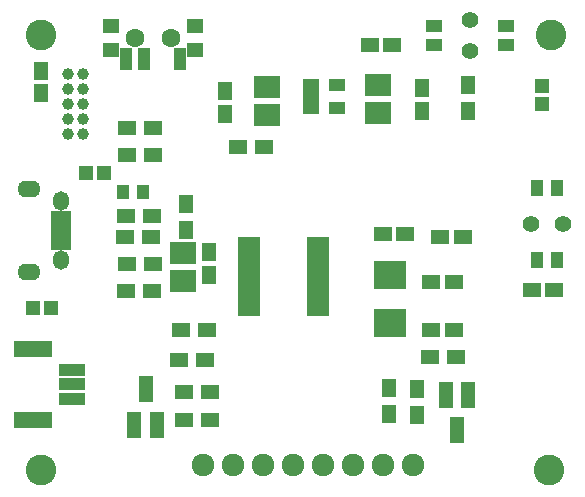
<source format=gbr>
G04 #@! TF.FileFunction,Soldermask,Top*
%FSLAX46Y46*%
G04 Gerber Fmt 4.6, Leading zero omitted, Abs format (unit mm)*
G04 Created by KiCad (PCBNEW 4.0.4-stable) date 10/24/16 21:05:07*
%MOMM*%
%LPD*%
G01*
G04 APERTURE LIST*
%ADD10C,0.100000*%
%ADD11C,1.924000*%
%ADD12R,2.200000X1.000000*%
%ADD13R,3.200000X1.400000*%
%ADD14R,1.600000X1.150000*%
%ADD15R,2.200860X1.949400*%
%ADD16R,1.150000X1.600000*%
%ADD17R,1.197560X1.197560*%
%ADD18R,1.000000X1.200000*%
%ADD19R,1.750000X0.800000*%
%ADD20O,1.350000X1.650000*%
%ADD21O,1.950000X1.400000*%
%ADD22R,1.200100X2.200860*%
%ADD23R,1.300000X1.600000*%
%ADD24R,1.600000X1.300000*%
%ADD25R,1.400000X1.200000*%
%ADD26C,1.600000*%
%ADD27R,1.100000X1.900000*%
%ADD28R,1.000000X1.400000*%
%ADD29C,1.400000*%
%ADD30R,1.400000X1.000000*%
%ADD31R,1.460000X1.050000*%
%ADD32R,1.850000X0.850000*%
%ADD33R,2.800000X2.400000*%
%ADD34C,2.600000*%
%ADD35C,1.000000*%
G04 APERTURE END LIST*
D10*
D11*
X100076000Y-117729000D03*
X102616000Y-117729000D03*
X105156000Y-117729000D03*
X107696000Y-117729000D03*
X110236000Y-117729000D03*
X112776000Y-117729000D03*
X115316000Y-117729000D03*
X117856000Y-117729000D03*
D12*
X89051000Y-109621000D03*
X89051000Y-110871000D03*
X89051000Y-112121000D03*
D13*
X85701000Y-113871000D03*
X85701000Y-107871000D03*
D14*
X127955000Y-102870000D03*
X129855000Y-102870000D03*
X114239000Y-82169000D03*
X116139000Y-82169000D03*
D15*
X105537000Y-85725000D03*
X105537000Y-88077040D03*
D16*
X86360000Y-84333000D03*
X86360000Y-86233000D03*
X100584000Y-101600000D03*
X100584000Y-99700000D03*
D14*
X119446000Y-106299000D03*
X121346000Y-106299000D03*
X119446000Y-102235000D03*
X121346000Y-102235000D03*
D15*
X114935000Y-85564980D03*
X114935000Y-87917020D03*
D14*
X115316000Y-98171000D03*
X117216000Y-98171000D03*
D15*
X98425000Y-102141020D03*
X98425000Y-99788980D03*
D14*
X120208000Y-98425000D03*
X122108000Y-98425000D03*
D16*
X118618000Y-85791000D03*
X118618000Y-87691000D03*
X101981000Y-86045000D03*
X101981000Y-87945000D03*
D17*
X128778000Y-87109300D03*
X128778000Y-85610700D03*
X90195400Y-92964000D03*
X91694000Y-92964000D03*
X87223600Y-104394000D03*
X85725000Y-104394000D03*
D18*
X94996000Y-94615000D03*
X93296000Y-94615000D03*
D19*
X88044000Y-96546000D03*
X88044000Y-97196000D03*
X88044000Y-97846000D03*
X88044000Y-98496000D03*
X88044000Y-99146000D03*
D20*
X88044000Y-95346000D03*
X88044000Y-100346000D03*
D21*
X85344000Y-94346000D03*
X85344000Y-101346000D03*
D22*
X122550000Y-111760000D03*
X120650000Y-111760000D03*
X121600000Y-114762280D03*
X94300000Y-114300000D03*
X96200000Y-114300000D03*
X95250000Y-111297720D03*
D23*
X122555000Y-87757000D03*
X122555000Y-85557000D03*
D24*
X103040000Y-90805000D03*
X105240000Y-90805000D03*
D23*
X118237000Y-111252000D03*
X118237000Y-113452000D03*
X115824000Y-111211000D03*
X115824000Y-113411000D03*
D24*
X119296000Y-108585000D03*
X121496000Y-108585000D03*
X98214000Y-106299000D03*
X100414000Y-106299000D03*
X98087000Y-108839000D03*
X100287000Y-108839000D03*
X100668000Y-111506000D03*
X98468000Y-111506000D03*
X98511000Y-113919000D03*
X100711000Y-113919000D03*
X93642000Y-89154000D03*
X95842000Y-89154000D03*
X93642000Y-91440000D03*
X95842000Y-91440000D03*
X93642000Y-100711000D03*
X95842000Y-100711000D03*
D23*
X98679000Y-97790000D03*
X98679000Y-95590000D03*
D24*
X93558000Y-96647000D03*
X95758000Y-96647000D03*
X93472000Y-98425000D03*
X95672000Y-98425000D03*
X95799000Y-102997000D03*
X93599000Y-102997000D03*
D25*
X92329000Y-80518000D03*
X92329000Y-82550000D03*
X99441000Y-82550000D03*
D26*
X97409000Y-81534000D03*
X94361000Y-81534000D03*
D27*
X95123000Y-83312000D03*
X93599000Y-83312000D03*
X98171000Y-83312000D03*
D25*
X99441000Y-80518000D03*
D28*
X130048000Y-100330000D03*
X128397000Y-100330000D03*
X130048000Y-94234000D03*
X128397000Y-94234000D03*
D29*
X130556000Y-97282000D03*
X127889000Y-97282000D03*
D30*
X125730000Y-80518000D03*
X125730000Y-82169000D03*
X119634000Y-80518000D03*
X119634000Y-82169000D03*
D29*
X122682000Y-80010000D03*
X122682000Y-82677000D03*
D31*
X109263000Y-85537000D03*
X109263000Y-86487000D03*
X109263000Y-87437000D03*
X111463000Y-87437000D03*
X111463000Y-85537000D03*
D32*
X109884000Y-104652000D03*
X109884000Y-104002000D03*
X109884000Y-103352000D03*
X109884000Y-102702000D03*
X109884000Y-102052000D03*
X109884000Y-101402000D03*
X109884000Y-100752000D03*
X109884000Y-100102000D03*
X109884000Y-99452000D03*
X109884000Y-98802000D03*
X103984000Y-98802000D03*
X103984000Y-99452000D03*
X103984000Y-100102000D03*
X103984000Y-100752000D03*
X103984000Y-101402000D03*
X103984000Y-102052000D03*
X103984000Y-102702000D03*
X103984000Y-103352000D03*
X103984000Y-104002000D03*
X103984000Y-104652000D03*
D33*
X115951000Y-105682000D03*
X115951000Y-101582000D03*
D34*
X86360000Y-118110000D03*
X129413000Y-118110000D03*
X129540000Y-81280000D03*
X86360000Y-81280000D03*
D35*
X88646000Y-84582000D03*
X89916000Y-84582000D03*
X88646000Y-85852000D03*
X89916000Y-85852000D03*
X88646000Y-87122000D03*
X89916000Y-87122000D03*
X88646000Y-88392000D03*
X89916000Y-88392000D03*
X88646000Y-89662000D03*
X89916000Y-89662000D03*
M02*

</source>
